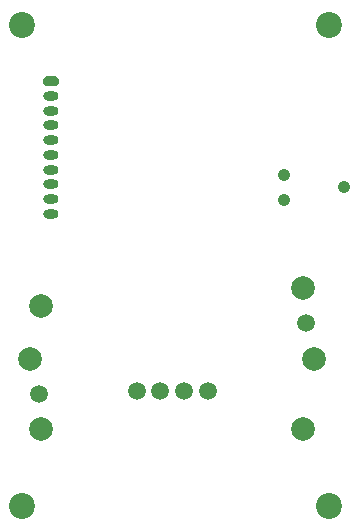
<source format=gbr>
%TF.GenerationSoftware,KiCad,Pcbnew,(5.1.7)-1*%
%TF.CreationDate,2021-09-13T22:56:48+02:00*%
%TF.ProjectId,Airspeed_SensorBoard,41697273-7065-4656-945f-53656e736f72,rev?*%
%TF.SameCoordinates,Original*%
%TF.FileFunction,Soldermask,Bot*%
%TF.FilePolarity,Negative*%
%FSLAX46Y46*%
G04 Gerber Fmt 4.6, Leading zero omitted, Abs format (unit mm)*
G04 Created by KiCad (PCBNEW (5.1.7)-1) date 2021-09-13 22:56:48*
%MOMM*%
%LPD*%
G01*
G04 APERTURE LIST*
%ADD10C,1.067000*%
%ADD11C,2.200000*%
%ADD12C,2.000000*%
%ADD13C,1.500000*%
%ADD14O,1.300000X0.800000*%
G04 APERTURE END LIST*
D10*
%TO.C,J2*%
X81960000Y-36606000D03*
X81960000Y-34484000D03*
X87040000Y-35500000D03*
%TD*%
D11*
%TO.C,H4*%
X85750000Y-62500000D03*
%TD*%
%TO.C,H3*%
X59750000Y-62500000D03*
%TD*%
%TO.C,H2*%
X85750000Y-21750000D03*
%TD*%
%TO.C,H1*%
X59750000Y-21750000D03*
%TD*%
D12*
%TO.C,U3*%
X83600000Y-44050000D03*
X83600000Y-55950000D03*
X61400000Y-55950000D03*
X61400000Y-45550000D03*
X60500000Y-50000000D03*
X84500000Y-50000000D03*
D13*
X83800000Y-47000000D03*
X61200000Y-53000000D03*
X75500000Y-52750000D03*
X73500000Y-52750000D03*
X71500000Y-52750000D03*
X69500000Y-52750000D03*
%TD*%
D14*
%TO.C,J1*%
X62250000Y-37750000D03*
X62250000Y-36500000D03*
X62250000Y-35250000D03*
X62250000Y-34000000D03*
X62250000Y-32750000D03*
X62250000Y-31500000D03*
X62250000Y-30250000D03*
X62250000Y-29000000D03*
X62250000Y-27750000D03*
G36*
G01*
X61800000Y-26100000D02*
X62700000Y-26100000D01*
G75*
G02*
X62900000Y-26300000I0J-200000D01*
G01*
X62900000Y-26700000D01*
G75*
G02*
X62700000Y-26900000I-200000J0D01*
G01*
X61800000Y-26900000D01*
G75*
G02*
X61600000Y-26700000I0J200000D01*
G01*
X61600000Y-26300000D01*
G75*
G02*
X61800000Y-26100000I200000J0D01*
G01*
G37*
%TD*%
M02*

</source>
